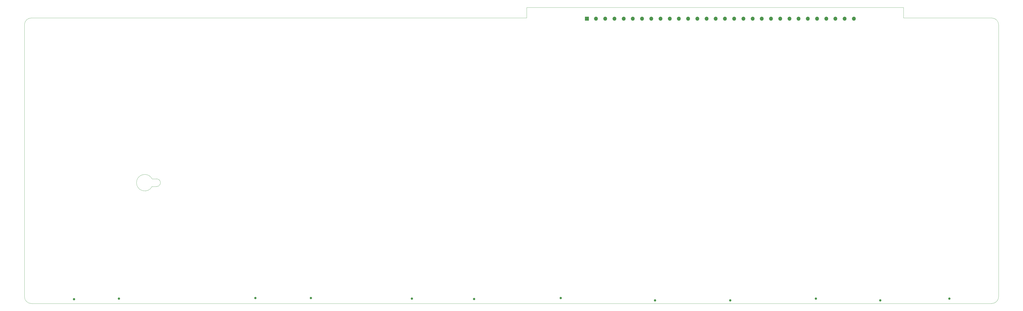
<source format=gbr>
%TF.GenerationSoftware,KiCad,Pcbnew,(5.99.0-12974-ge12f9a194d)*%
%TF.CreationDate,2021-10-29T16:05:09-04:00*%
%TF.ProjectId,FXTal_no_holes,46585461-6c5f-46e6-9f5f-686f6c65732e,rev?*%
%TF.SameCoordinates,PXe1237f8PYe7db780*%
%TF.FileFunction,Soldermask,Bot*%
%TF.FilePolarity,Negative*%
%FSLAX46Y46*%
G04 Gerber Fmt 4.6, Leading zero omitted, Abs format (unit mm)*
G04 Created by KiCad (PCBNEW (5.99.0-12974-ge12f9a194d)) date 2021-10-29 16:05:09*
%MOMM*%
%LPD*%
G01*
G04 APERTURE LIST*
%TA.AperFunction,Profile*%
%ADD10C,0.050000*%
%TD*%
%ADD11R,1.700000X1.700000*%
%ADD12O,1.700000X1.700000*%
%ADD13C,1.000000*%
G04 APERTURE END LIST*
D10*
X-191375000Y84870000D02*
X21625000Y84870000D01*
X-194375000Y-35130000D02*
X-194362680Y82141607D01*
X221575000Y-38130000D02*
X-191375000Y-38130000D01*
X224575000Y81870000D02*
X224575000Y-35130000D01*
X221575000Y84870000D02*
X183625000Y84870000D01*
X-135875000Y13920000D02*
G75*
G03*
X-137524996Y15570000I-1649999J1D01*
G01*
X-191375000Y84870000D02*
G75*
G03*
X-194362680Y82141607I1J-3000002D01*
G01*
X21625000Y89370000D02*
X183625000Y89370000D01*
X21625000Y84870000D02*
X21625000Y89370000D01*
X-137525000Y12270004D02*
X-139475001Y12270000D01*
X183625000Y89370000D02*
X183625000Y84870000D01*
X-137525000Y12270004D02*
G75*
G03*
X-135875000Y13920000I4J1649996D01*
G01*
X221575000Y-38130000D02*
G75*
G03*
X224575000Y-35130000I-1J3000001D01*
G01*
X-194375000Y-35130000D02*
G75*
G03*
X-191375000Y-38130000I3000001J1D01*
G01*
X224575000Y81870000D02*
G75*
G03*
X221575000Y84870000I-3000001J-1D01*
G01*
X-139475001Y15570000D02*
X-137524996Y15570000D01*
X-139475001Y15570000D02*
G75*
G03*
X-139475001Y12270000I-3149999J-1650000D01*
G01*
D11*
%TO.C,J1*%
X47485000Y84520000D03*
D12*
X51445000Y84520000D03*
X55405000Y84520000D03*
X59365000Y84520000D03*
X63325000Y84520000D03*
X67285000Y84520000D03*
X71245000Y84520000D03*
X75205000Y84520000D03*
X79165000Y84520000D03*
X83125000Y84520000D03*
X87085000Y84520000D03*
X91045000Y84520000D03*
X95005000Y84520000D03*
X98965000Y84520000D03*
X102925000Y84520000D03*
X106885000Y84520000D03*
X110845000Y84520000D03*
X114805000Y84520000D03*
X118765000Y84520000D03*
X122725000Y84520000D03*
X126685000Y84520000D03*
X130645000Y84520000D03*
X134605000Y84520000D03*
X138565000Y84520000D03*
X142525000Y84520000D03*
X146485000Y84520000D03*
X150445000Y84520000D03*
X154405000Y84520000D03*
X158365000Y84520000D03*
X162325000Y84520000D03*
%TD*%
D13*
%TO.C,COL_7_TP15*%
X36213000Y-35772000D03*
%TD*%
%TO.C,COL_9_TP17*%
X109111000Y-36788000D03*
%TD*%
%TO.C,COL_8_TP16*%
X76825000Y-36780000D03*
%TD*%
%TO.C,COL_4_TP12*%
X-71229000Y-35772000D03*
%TD*%
%TO.C,COL_1_TP9*%
X-173083000Y-36280000D03*
%TD*%
%TO.C,COL_B_TP19*%
X173627000Y-36788000D03*
%TD*%
%TO.C,COL_6_TP14*%
X-1025000Y-36180000D03*
%TD*%
%TO.C,COL_A_TP18*%
X145941000Y-36026000D03*
%TD*%
%TO.C,COL_3_TP11*%
X-95105000Y-35772000D03*
%TD*%
%TO.C,COL_C_TP20*%
X203345000Y-36026000D03*
%TD*%
%TO.C,COL_2_TP10*%
X-153779000Y-36026000D03*
%TD*%
%TO.C,COL_5_TP13*%
X-27725000Y-36026000D03*
%TD*%
M02*

</source>
